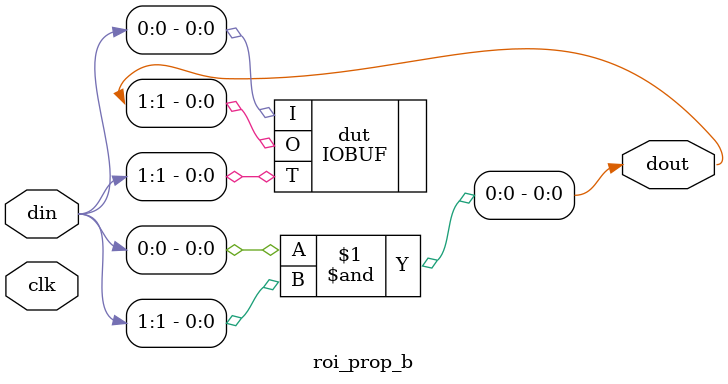
<source format=v>
module roi_prop_b(input clk, input [255:0] din, output [255:0] dout);
    assign dout[0] = din[0] & din[1];
    //(* LOC="D19", KEEP, DONT_TOUCH *)
    (* KEEP, DONT_TOUCH *)
    IOBUF #(
        .DRIVE(12),
        .IBUF_LOW_PWR("TRUE"),
        .IOSTANDARD("DEFAULT"),
        .SLEW("SLOW")
    ) dut (
        .O(dout[1]),
        .I(din[0]),
        .T(din[1]));
endmodule
</source>
